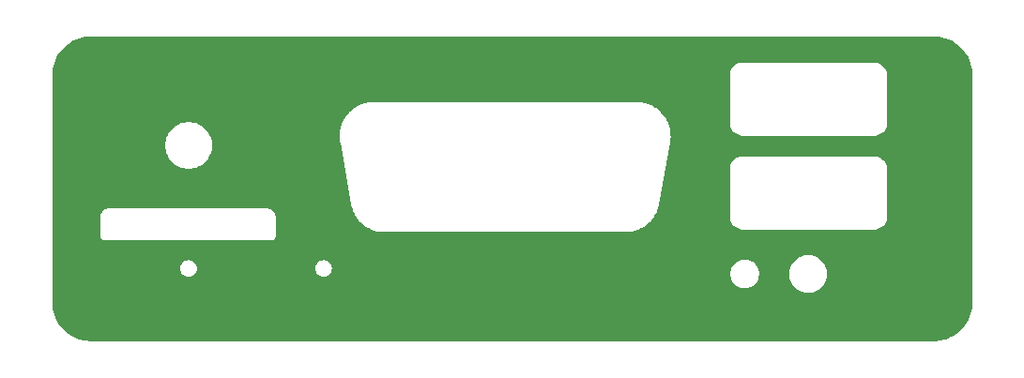
<source format=gbr>
%TF.GenerationSoftware,KiCad,Pcbnew,9.0.0*%
%TF.CreationDate,2025-05-16T22:32:30-04:00*%
%TF.ProjectId,Front Plate,46726f6e-7420-4506-9c61-74652e6b6963,rev?*%
%TF.SameCoordinates,Original*%
%TF.FileFunction,Copper,L1,Top*%
%TF.FilePolarity,Positive*%
%FSLAX46Y46*%
G04 Gerber Fmt 4.6, Leading zero omitted, Abs format (unit mm)*
G04 Created by KiCad (PCBNEW 9.0.0) date 2025-05-16 22:32:30*
%MOMM*%
%LPD*%
G01*
G04 APERTURE LIST*
%TA.AperFunction,ComponentPad*%
%ADD10C,4.000000*%
%TD*%
%TA.AperFunction,ComponentPad*%
%ADD11C,5.000000*%
%TD*%
G04 APERTURE END LIST*
D10*
%TO.P,REF\u002A\u002A,1*%
%TO.N,GND*%
X118790000Y-86230000D03*
X152120000Y-86240000D03*
%TD*%
D11*
%TO.P,REF\u002A\u002A,1*%
%TO.N,GND*%
X98119160Y-78697420D03*
%TO.P,REF\u002A\u002A,2*%
X174119260Y-78697420D03*
%TO.P,REF\u002A\u002A,3*%
X98119160Y-97697390D03*
%TO.P,REF\u002A\u002A,4*%
X174119260Y-97697390D03*
%TD*%
%TA.AperFunction,Conductor*%
%TO.N,GND*%
G36*
X174105230Y-74435868D02*
G01*
X174658671Y-74479543D01*
X174677826Y-74482577D01*
X175194397Y-74606475D01*
X175212940Y-74612499D01*
X175703787Y-74815905D01*
X175721081Y-74824717D01*
X176174254Y-75102328D01*
X176190000Y-75113766D01*
X176594019Y-75458844D01*
X176607774Y-75472600D01*
X176952888Y-75876660D01*
X176964322Y-75892396D01*
X177241828Y-76345190D01*
X177250679Y-76362567D01*
X177453909Y-76853695D01*
X177459901Y-76872143D01*
X177584037Y-77388865D01*
X177587083Y-77408080D01*
X177621466Y-77844026D01*
X177620884Y-77869224D01*
X177619830Y-77877618D01*
X177618720Y-77881772D01*
X177618722Y-77886438D01*
X177617751Y-77894177D01*
X177617030Y-77895831D01*
X177616421Y-77902689D01*
X177618656Y-77955504D01*
X177618767Y-77960670D01*
X177631184Y-98422956D01*
X177630800Y-98432786D01*
X177587085Y-98986732D01*
X177584038Y-99005943D01*
X177459912Y-99522617D01*
X177453913Y-99541081D01*
X177250674Y-100032014D01*
X177241842Y-100049357D01*
X176964294Y-100502439D01*
X176952845Y-100518200D01*
X176607771Y-100922212D01*
X176594015Y-100935967D01*
X176190009Y-101281035D01*
X176174249Y-101292483D01*
X175721181Y-101570027D01*
X175703837Y-101578861D01*
X175212902Y-101782095D01*
X175194440Y-101788093D01*
X174677784Y-101912221D01*
X174658561Y-101915269D01*
X174222678Y-101949627D01*
X174195628Y-101948796D01*
X174188139Y-101947740D01*
X174185152Y-101946940D01*
X174182459Y-101946940D01*
X174173846Y-101945726D01*
X174173365Y-101945508D01*
X174168812Y-101945058D01*
X174113980Y-101946845D01*
X174113116Y-101946874D01*
X174109079Y-101946940D01*
X169435102Y-101946940D01*
X102934458Y-101946940D01*
X102933828Y-101946773D01*
X102868752Y-101946940D01*
X102796958Y-101946940D01*
X102794090Y-101947131D01*
X98143153Y-101959066D01*
X98133131Y-101958686D01*
X97579809Y-101915249D01*
X97560546Y-101912198D01*
X97043981Y-101788090D01*
X97025519Y-101782092D01*
X96534588Y-101578861D01*
X96517244Y-101570028D01*
X96517242Y-101570027D01*
X96064169Y-101292484D01*
X96048408Y-101281035D01*
X95644399Y-100935964D01*
X95630644Y-100922209D01*
X95285570Y-100518197D01*
X95274124Y-100502439D01*
X95270624Y-100496725D01*
X94996576Y-100049357D01*
X94987750Y-100032025D01*
X94784512Y-99541079D01*
X94778515Y-99522620D01*
X94778514Y-99522617D01*
X94654386Y-99005961D01*
X94651339Y-98986741D01*
X94616972Y-98550735D01*
X94617852Y-98523344D01*
X94618896Y-98516085D01*
X94619709Y-98513045D01*
X94619707Y-98510446D01*
X94620975Y-98501634D01*
X94621124Y-98501306D01*
X94621529Y-98497220D01*
X94621531Y-98497212D01*
X94619726Y-98441133D01*
X94619663Y-98437322D01*
X94617850Y-95388426D01*
X106168285Y-95388426D01*
X106168285Y-95388433D01*
X106187087Y-95555315D01*
X106187088Y-95555320D01*
X106242559Y-95713845D01*
X106275183Y-95765766D01*
X106331911Y-95856047D01*
X106450668Y-95974804D01*
X106592872Y-96064157D01*
X106746716Y-96117989D01*
X106751394Y-96119626D01*
X106751399Y-96119627D01*
X106918281Y-96138430D01*
X106918285Y-96138430D01*
X106918289Y-96138430D01*
X107085170Y-96119627D01*
X107085173Y-96119626D01*
X107085176Y-96119626D01*
X107243698Y-96064157D01*
X107385902Y-95974804D01*
X107504659Y-95856047D01*
X107594012Y-95713843D01*
X107649481Y-95555321D01*
X107650314Y-95547927D01*
X107668285Y-95388433D01*
X107668285Y-95388426D01*
X118350143Y-95388426D01*
X118350143Y-95388433D01*
X118368945Y-95555315D01*
X118368946Y-95555320D01*
X118424417Y-95713845D01*
X118457041Y-95765766D01*
X118513769Y-95856047D01*
X118632526Y-95974804D01*
X118774730Y-96064157D01*
X118928574Y-96117989D01*
X118933252Y-96119626D01*
X118933257Y-96119627D01*
X119100139Y-96138430D01*
X119100143Y-96138430D01*
X119100147Y-96138430D01*
X119267028Y-96119627D01*
X119267031Y-96119626D01*
X119267034Y-96119626D01*
X119425556Y-96064157D01*
X119567760Y-95974804D01*
X119686517Y-95856047D01*
X119735540Y-95778028D01*
X155789486Y-95778028D01*
X155789486Y-95982731D01*
X155821508Y-96184914D01*
X155884767Y-96379603D01*
X155909514Y-96428170D01*
X155971467Y-96549760D01*
X155977701Y-96561993D01*
X156098014Y-96727593D01*
X156242772Y-96872351D01*
X156397735Y-96984936D01*
X156408376Y-96992667D01*
X156524593Y-97051883D01*
X156590762Y-97085598D01*
X156590764Y-97085598D01*
X156590767Y-97085600D01*
X156695123Y-97119507D01*
X156785451Y-97148857D01*
X156886543Y-97164868D01*
X156987634Y-97180880D01*
X156987635Y-97180880D01*
X157192337Y-97180880D01*
X157192338Y-97180880D01*
X157394520Y-97148857D01*
X157589205Y-97085600D01*
X157771596Y-96992667D01*
X157864576Y-96925112D01*
X157937199Y-96872351D01*
X157937201Y-96872348D01*
X157937205Y-96872346D01*
X158081952Y-96727599D01*
X158081954Y-96727595D01*
X158081957Y-96727593D01*
X158191722Y-96576512D01*
X158202273Y-96561990D01*
X158295206Y-96379599D01*
X158358463Y-96184914D01*
X158390486Y-95982732D01*
X158390486Y-95778028D01*
X158389045Y-95768929D01*
X161108840Y-95768929D01*
X161108840Y-95991830D01*
X161108841Y-95991846D01*
X161137934Y-96212832D01*
X161137935Y-96212837D01*
X161137936Y-96212843D01*
X161195630Y-96428160D01*
X161195633Y-96428170D01*
X161280933Y-96634102D01*
X161280935Y-96634106D01*
X161392392Y-96827154D01*
X161392397Y-96827160D01*
X161392398Y-96827162D01*
X161528091Y-97004002D01*
X161528097Y-97004009D01*
X161685710Y-97161622D01*
X161685716Y-97161627D01*
X161862566Y-97297328D01*
X162055614Y-97408785D01*
X162261559Y-97494090D01*
X162476877Y-97551784D01*
X162697883Y-97580880D01*
X162697890Y-97580880D01*
X162920790Y-97580880D01*
X162920797Y-97580880D01*
X163141803Y-97551784D01*
X163357121Y-97494090D01*
X163563066Y-97408785D01*
X163756114Y-97297328D01*
X163932964Y-97161627D01*
X164090587Y-97004004D01*
X164226288Y-96827154D01*
X164337745Y-96634106D01*
X164423050Y-96428161D01*
X164480744Y-96212843D01*
X164509840Y-95991837D01*
X164509840Y-95768923D01*
X164480744Y-95547917D01*
X164423050Y-95332599D01*
X164337745Y-95126654D01*
X164226288Y-94933606D01*
X164090587Y-94756756D01*
X164090582Y-94756750D01*
X163932969Y-94599137D01*
X163932962Y-94599131D01*
X163756122Y-94463438D01*
X163756120Y-94463437D01*
X163756114Y-94463432D01*
X163563066Y-94351975D01*
X163563062Y-94351973D01*
X163357130Y-94266673D01*
X163357123Y-94266671D01*
X163357121Y-94266670D01*
X163141803Y-94208976D01*
X163141797Y-94208975D01*
X163141792Y-94208974D01*
X162920806Y-94179881D01*
X162920803Y-94179880D01*
X162920797Y-94179880D01*
X162697883Y-94179880D01*
X162697877Y-94179880D01*
X162697873Y-94179881D01*
X162476887Y-94208974D01*
X162476880Y-94208975D01*
X162476877Y-94208976D01*
X162261559Y-94266670D01*
X162261549Y-94266673D01*
X162055617Y-94351973D01*
X162055613Y-94351975D01*
X161862566Y-94463432D01*
X161862557Y-94463438D01*
X161685717Y-94599131D01*
X161685710Y-94599137D01*
X161528097Y-94756750D01*
X161528091Y-94756757D01*
X161392398Y-94933597D01*
X161392392Y-94933606D01*
X161280935Y-95126653D01*
X161280933Y-95126657D01*
X161195633Y-95332589D01*
X161195630Y-95332599D01*
X161137937Y-95547914D01*
X161137934Y-95547927D01*
X161108841Y-95768913D01*
X161108840Y-95768929D01*
X158389045Y-95768929D01*
X158380320Y-95713842D01*
X158358463Y-95575845D01*
X158313226Y-95436622D01*
X158295206Y-95381161D01*
X158295204Y-95381158D01*
X158295204Y-95381156D01*
X158235242Y-95263476D01*
X158202273Y-95198770D01*
X158191722Y-95184248D01*
X158081957Y-95033166D01*
X157937199Y-94888408D01*
X157771599Y-94768095D01*
X157771598Y-94768094D01*
X157771596Y-94768093D01*
X157714639Y-94739071D01*
X157589209Y-94675161D01*
X157394520Y-94611902D01*
X157219981Y-94584258D01*
X157192338Y-94579880D01*
X156987634Y-94579880D01*
X156963315Y-94583731D01*
X156785451Y-94611902D01*
X156590762Y-94675161D01*
X156408372Y-94768095D01*
X156242772Y-94888408D01*
X156098014Y-95033166D01*
X155977701Y-95198766D01*
X155884767Y-95381156D01*
X155821508Y-95575845D01*
X155789486Y-95778028D01*
X119735540Y-95778028D01*
X119775870Y-95713843D01*
X119831339Y-95555321D01*
X119832172Y-95547927D01*
X119850143Y-95388433D01*
X119850143Y-95388426D01*
X119831340Y-95221544D01*
X119831339Y-95221539D01*
X119818290Y-95184248D01*
X119775870Y-95063017D01*
X119686517Y-94920813D01*
X119567760Y-94802056D01*
X119513712Y-94768095D01*
X119425558Y-94712704D01*
X119425557Y-94712703D01*
X119425556Y-94712703D01*
X119375482Y-94695181D01*
X119267033Y-94657233D01*
X119267028Y-94657232D01*
X119100147Y-94638430D01*
X119100139Y-94638430D01*
X118933257Y-94657232D01*
X118933252Y-94657233D01*
X118774727Y-94712704D01*
X118632525Y-94802056D01*
X118513769Y-94920812D01*
X118424417Y-95063014D01*
X118368946Y-95221539D01*
X118368945Y-95221544D01*
X118350143Y-95388426D01*
X107668285Y-95388426D01*
X107649482Y-95221544D01*
X107649481Y-95221539D01*
X107636432Y-95184248D01*
X107594012Y-95063017D01*
X107504659Y-94920813D01*
X107385902Y-94802056D01*
X107331854Y-94768095D01*
X107243700Y-94712704D01*
X107243699Y-94712703D01*
X107243698Y-94712703D01*
X107193624Y-94695181D01*
X107085175Y-94657233D01*
X107085170Y-94657232D01*
X106918289Y-94638430D01*
X106918281Y-94638430D01*
X106751399Y-94657232D01*
X106751394Y-94657233D01*
X106592869Y-94712704D01*
X106450667Y-94802056D01*
X106331911Y-94920812D01*
X106242559Y-95063014D01*
X106187088Y-95221539D01*
X106187087Y-95221544D01*
X106168285Y-95388426D01*
X94617850Y-95388426D01*
X94615050Y-90680450D01*
X98950253Y-90680450D01*
X98950257Y-90749540D01*
X98950257Y-92432205D01*
X98984365Y-92559501D01*
X98986013Y-92562355D01*
X99050257Y-92673628D01*
X99143443Y-92766814D01*
X99242278Y-92823877D01*
X99257385Y-92832599D01*
X99257571Y-92832706D01*
X99384865Y-92866814D01*
X114215013Y-92866814D01*
X114215151Y-92866851D01*
X114280164Y-92866814D01*
X114346649Y-92866814D01*
X114346649Y-92866813D01*
X114346934Y-92866776D01*
X114346935Y-92866776D01*
X114409683Y-92849923D01*
X114473943Y-92832706D01*
X114474068Y-92832633D01*
X114474197Y-92832599D01*
X114474202Y-92832596D01*
X114474209Y-92832595D01*
X114511705Y-92810917D01*
X114530455Y-92800078D01*
X114530456Y-92800080D01*
X114530505Y-92800048D01*
X114588071Y-92766814D01*
X114588174Y-92766710D01*
X114588300Y-92766638D01*
X114634430Y-92720454D01*
X114681257Y-92673628D01*
X114681260Y-92673623D01*
X114681428Y-92673402D01*
X114681432Y-92673399D01*
X114713792Y-92617276D01*
X114713828Y-92617214D01*
X114728775Y-92591323D01*
X114747149Y-92559500D01*
X114747187Y-92559357D01*
X114747259Y-92559233D01*
X114764238Y-92495720D01*
X114781257Y-92432206D01*
X114781257Y-92432197D01*
X114781292Y-92431927D01*
X114781295Y-92431920D01*
X114781257Y-92365434D01*
X114781257Y-92300422D01*
X114781219Y-92300283D01*
X114780300Y-90691055D01*
X114780299Y-90691054D01*
X114780295Y-90682734D01*
X114780275Y-90682457D01*
X114780276Y-90681411D01*
X114776874Y-90664298D01*
X114750687Y-90532555D01*
X114692628Y-90392339D01*
X114692626Y-90392335D01*
X114692626Y-90392334D01*
X114608325Y-90266134D01*
X114608323Y-90266131D01*
X114501023Y-90158804D01*
X114499575Y-90157836D01*
X114374845Y-90074470D01*
X114374843Y-90074469D01*
X114374838Y-90074466D01*
X114234643Y-90016373D01*
X114234639Y-90016371D01*
X114085796Y-89986744D01*
X114085786Y-89986743D01*
X114083388Y-89986743D01*
X114083388Y-89986742D01*
X114075778Y-89986741D01*
X114075762Y-89986737D01*
X114006682Y-89986732D01*
X114006678Y-89986731D01*
X113936888Y-89986723D01*
X113936808Y-89986727D01*
X99794661Y-89985818D01*
X99794598Y-89985818D01*
X99786608Y-89985813D01*
X99786569Y-89985803D01*
X99772590Y-89985805D01*
X99772011Y-89985805D01*
X99771820Y-89985749D01*
X99720677Y-89985757D01*
X99645019Y-89985768D01*
X99644790Y-89985769D01*
X99495938Y-90015399D01*
X99355724Y-90073500D01*
X99229533Y-90157841D01*
X99122234Y-90265164D01*
X99122231Y-90265167D01*
X99037923Y-90391370D01*
X99037922Y-90391372D01*
X98979852Y-90531597D01*
X98950253Y-90680450D01*
X94615050Y-90680450D01*
X94611162Y-84142057D01*
X104825300Y-84142057D01*
X104825300Y-84417942D01*
X104825301Y-84417959D01*
X104861311Y-84691484D01*
X104932720Y-84957985D01*
X105038296Y-85212870D01*
X105038303Y-85212885D01*
X105176250Y-85451817D01*
X105344205Y-85670701D01*
X105344211Y-85670708D01*
X105539291Y-85865788D01*
X105539298Y-85865794D01*
X105758182Y-86033749D01*
X105997114Y-86171696D01*
X105997129Y-86171703D01*
X106106974Y-86217202D01*
X106252015Y-86277280D01*
X106518512Y-86348688D01*
X106792051Y-86384700D01*
X106792058Y-86384700D01*
X107067942Y-86384700D01*
X107067949Y-86384700D01*
X107341488Y-86348688D01*
X107607985Y-86277280D01*
X107862882Y-86171698D01*
X108101818Y-86033749D01*
X108320703Y-85865793D01*
X108515793Y-85670703D01*
X108683749Y-85451818D01*
X108821698Y-85212882D01*
X108927280Y-84957985D01*
X108998688Y-84691488D01*
X109034700Y-84417949D01*
X109034700Y-84142051D01*
X108998688Y-83868512D01*
X108927280Y-83602015D01*
X108824691Y-83354345D01*
X120538866Y-83354345D01*
X120540749Y-83403990D01*
X120540716Y-83414179D01*
X120538878Y-83455638D01*
X120538878Y-83455655D01*
X120582056Y-83892760D01*
X120587242Y-83931136D01*
X120587325Y-83931831D01*
X120587433Y-83932443D01*
X120587434Y-83932444D01*
X120600677Y-84006839D01*
X121593400Y-89583485D01*
X121593497Y-89584022D01*
X121593677Y-89585033D01*
X121611770Y-89703958D01*
X121627852Y-89774166D01*
X121627951Y-89774713D01*
X121628272Y-89776123D01*
X121628391Y-89776515D01*
X121628508Y-89777026D01*
X121628613Y-89777250D01*
X121629516Y-89780226D01*
X121718717Y-90074470D01*
X121750700Y-90179972D01*
X121785296Y-90262471D01*
X121787498Y-90268105D01*
X121789433Y-90273435D01*
X121789436Y-90273442D01*
X122022606Y-90709552D01*
X122023149Y-90710565D01*
X122026894Y-90715636D01*
X122048554Y-90744970D01*
X122054876Y-90754408D01*
X122078638Y-90793657D01*
X122174335Y-90910276D01*
X122259750Y-91014365D01*
X122392328Y-91175927D01*
X122392337Y-91175937D01*
X122392340Y-91175940D01*
X122418078Y-91203436D01*
X122437350Y-91224024D01*
X122440338Y-91226114D01*
X122460729Y-91243997D01*
X122464113Y-91247694D01*
X122810640Y-91531818D01*
X122846382Y-91561123D01*
X122907186Y-91600543D01*
X122913164Y-91604675D01*
X122930215Y-91617213D01*
X122930217Y-91617214D01*
X122930221Y-91617217D01*
X123366081Y-91850387D01*
X123449961Y-91884710D01*
X123455471Y-91887124D01*
X123459851Y-91889172D01*
X123459853Y-91889173D01*
X123459863Y-91889177D01*
X123708945Y-91964715D01*
X123933065Y-92032684D01*
X123937354Y-92033964D01*
X123978308Y-92039851D01*
X123990200Y-92042160D01*
X124007038Y-92046290D01*
X124032453Y-92052526D01*
X124524453Y-92100786D01*
X124567228Y-92102878D01*
X124570662Y-92103209D01*
X124570667Y-92103146D01*
X124575086Y-92103459D01*
X124575093Y-92103460D01*
X146261650Y-92091325D01*
X146271555Y-92091716D01*
X146281574Y-92092513D01*
X146283973Y-92093336D01*
X146302033Y-92094142D01*
X146304165Y-92094312D01*
X146305141Y-92094685D01*
X146318540Y-92096309D01*
X146341598Y-92100902D01*
X146358319Y-92099705D01*
X146367166Y-92099390D01*
X146416731Y-92099390D01*
X146422266Y-92099514D01*
X146424006Y-92099591D01*
X146427710Y-92099757D01*
X146907520Y-92052507D01*
X146945534Y-92047300D01*
X146965857Y-92040634D01*
X146985751Y-92035887D01*
X147006717Y-92032683D01*
X147369802Y-91922567D01*
X147479918Y-91889173D01*
X147479918Y-91889172D01*
X147555424Y-91857213D01*
X147561391Y-91854868D01*
X147573578Y-91850446D01*
X148009698Y-91617276D01*
X148086148Y-91565802D01*
X148091175Y-91562591D01*
X148093773Y-91561020D01*
X148475793Y-91247590D01*
X148527987Y-91198155D01*
X148527992Y-91198147D01*
X148532295Y-91193097D01*
X148532356Y-91193149D01*
X148544459Y-91179188D01*
X148544408Y-91179139D01*
X148545517Y-91177968D01*
X148546657Y-91176653D01*
X148547452Y-91175927D01*
X148861142Y-90793657D01*
X148906966Y-90727772D01*
X148906967Y-90727767D01*
X148909677Y-90722768D01*
X148910665Y-90720673D01*
X148914721Y-90713176D01*
X148917530Y-90709353D01*
X148941593Y-90664298D01*
X155766997Y-90664298D01*
X155767002Y-90816244D01*
X155767003Y-90816251D01*
X155801947Y-91014386D01*
X155801948Y-91014388D01*
X155870767Y-91203452D01*
X155971371Y-91377693D01*
X156100702Y-91531819D01*
X156254831Y-91661146D01*
X156429076Y-91761745D01*
X156618142Y-91830560D01*
X156816284Y-91865499D01*
X156839161Y-91865499D01*
X156850994Y-91865499D01*
X156850999Y-91865501D01*
X156916884Y-91865501D01*
X156982776Y-91865502D01*
X156982780Y-91865501D01*
X168703988Y-91865501D01*
X168712252Y-91865501D01*
X168712261Y-91865504D01*
X168726802Y-91865503D01*
X168726818Y-91865507D01*
X168778153Y-91865504D01*
X168778153Y-91865505D01*
X168878752Y-91865500D01*
X168878758Y-91865499D01*
X169076888Y-91830556D01*
X169076888Y-91830555D01*
X169076893Y-91830555D01*
X169265955Y-91761735D01*
X169440196Y-91661132D01*
X169594321Y-91531802D01*
X169723647Y-91377674D01*
X169824246Y-91203431D01*
X169893062Y-91014367D01*
X169928003Y-90816226D01*
X169928003Y-90781511D01*
X169928005Y-90781507D01*
X169928005Y-90709353D01*
X169928007Y-90649734D01*
X169928005Y-90649729D01*
X169928006Y-90642150D01*
X169928005Y-90642116D01*
X169928005Y-86480261D01*
X169928008Y-86480250D01*
X169928005Y-86414358D01*
X169928005Y-86348484D01*
X169928005Y-86340287D01*
X169927995Y-86340159D01*
X169927995Y-86313759D01*
X169893052Y-86115619D01*
X169893050Y-86115614D01*
X169893050Y-86115612D01*
X169824235Y-85926560D01*
X169824234Y-85926556D01*
X169723632Y-85752315D01*
X169709403Y-85735358D01*
X169594305Y-85598191D01*
X169594304Y-85598190D01*
X169440177Y-85468862D01*
X169265936Y-85368262D01*
X169265933Y-85368260D01*
X169265928Y-85368258D01*
X169076880Y-85299448D01*
X169076877Y-85299447D01*
X169076873Y-85299446D01*
X168933792Y-85274213D01*
X168878729Y-85264503D01*
X168848422Y-85264502D01*
X168848422Y-85264501D01*
X168844011Y-85264501D01*
X168778135Y-85264501D01*
X168778126Y-85264500D01*
X168712242Y-85264499D01*
X168712241Y-85264499D01*
X168703618Y-85264499D01*
X168703590Y-85264501D01*
X156942763Y-85264501D01*
X156942756Y-85264499D01*
X156876864Y-85264501D01*
X156803120Y-85264501D01*
X156803022Y-85264507D01*
X156779766Y-85264507D01*
X156588508Y-85298236D01*
X156406032Y-85364657D01*
X156406023Y-85364661D01*
X156237847Y-85461762D01*
X156237844Y-85461764D01*
X156089084Y-85586590D01*
X156089076Y-85586598D01*
X155964255Y-85735356D01*
X155964253Y-85735359D01*
X155867156Y-85903534D01*
X155867150Y-85903547D01*
X155800731Y-86086026D01*
X155767006Y-86277275D01*
X155767005Y-86277279D01*
X155767005Y-86297400D01*
X155767005Y-86308492D01*
X155767005Y-86308495D01*
X155767005Y-86332727D01*
X155767005Y-86374376D01*
X155767003Y-86440268D01*
X155767005Y-86440275D01*
X155767005Y-90642129D01*
X155767002Y-90642179D01*
X155767002Y-90664281D01*
X155766997Y-90664298D01*
X148941593Y-90664298D01*
X149150450Y-90273243D01*
X149170114Y-90221847D01*
X149173581Y-90213680D01*
X149189313Y-90180027D01*
X149332823Y-89706827D01*
X149343976Y-89641790D01*
X149352449Y-89607184D01*
X149355874Y-89572076D01*
X149356624Y-89567688D01*
X149356651Y-89567632D01*
X149356715Y-89567156D01*
X150331963Y-84006835D01*
X150338558Y-83985218D01*
X150340455Y-83978641D01*
X150346391Y-83937350D01*
X150355275Y-83917894D01*
X150358485Y-83885374D01*
X150400905Y-83455604D01*
X150402833Y-83428811D01*
X150400091Y-83400808D01*
X150399625Y-83383205D01*
X150400913Y-83354344D01*
X150395728Y-83301733D01*
X150376654Y-83108182D01*
X150352403Y-82862094D01*
X150333714Y-82769336D01*
X150332693Y-82763558D01*
X150332621Y-82763083D01*
X150189361Y-82290143D01*
X150185997Y-82280140D01*
X150179597Y-82261108D01*
X150179594Y-82261101D01*
X150179593Y-82261098D01*
X150168500Y-82240675D01*
X150161679Y-82225854D01*
X150150450Y-82196507D01*
X150142798Y-82182179D01*
X155756997Y-82182179D01*
X155756997Y-82204287D01*
X155756999Y-82255646D01*
X155757000Y-82280795D01*
X155757000Y-82321518D01*
X155757000Y-82321523D01*
X155757001Y-82326641D01*
X155757001Y-82326649D01*
X155757002Y-82356241D01*
X155757003Y-82356253D01*
X155791946Y-82554383D01*
X155860766Y-82743449D01*
X155860768Y-82743453D01*
X155944972Y-82889291D01*
X155961369Y-82917690D01*
X156090699Y-83071816D01*
X156244813Y-83201131D01*
X156244825Y-83201141D01*
X156244828Y-83201144D01*
X156419064Y-83301740D01*
X156419067Y-83301741D01*
X156419070Y-83301743D01*
X156608134Y-83370558D01*
X156806276Y-83405499D01*
X156829156Y-83405499D01*
X156840989Y-83405499D01*
X156840994Y-83405501D01*
X156906874Y-83405501D01*
X156906875Y-83405501D01*
X156972767Y-83405503D01*
X156972770Y-83405501D01*
X156981390Y-83405502D01*
X156981419Y-83405501D01*
X168702241Y-83405501D01*
X168702252Y-83405504D01*
X168768144Y-83405501D01*
X168834017Y-83405501D01*
X168843260Y-83405501D01*
X168843307Y-83405496D01*
X168868744Y-83405496D01*
X168868746Y-83405496D01*
X168868748Y-83405495D01*
X169066884Y-83370552D01*
X169255947Y-83301733D01*
X169430188Y-83201131D01*
X169584314Y-83071801D01*
X169713641Y-82917674D01*
X169814241Y-82743431D01*
X169883057Y-82554367D01*
X169917998Y-82356226D01*
X169917998Y-82321511D01*
X169918000Y-82321507D01*
X169918000Y-82255603D01*
X169918002Y-82189734D01*
X169918000Y-82189729D01*
X169918001Y-82182150D01*
X169918000Y-82182116D01*
X169918000Y-78020261D01*
X169918003Y-78020250D01*
X169918000Y-77954358D01*
X169918000Y-77888484D01*
X169918000Y-77879874D01*
X169917995Y-77879821D01*
X169917995Y-77853758D01*
X169917066Y-77848492D01*
X169883051Y-77655617D01*
X169814232Y-77466552D01*
X169814230Y-77466549D01*
X169800942Y-77443535D01*
X169713630Y-77292312D01*
X169584301Y-77138187D01*
X169584299Y-77138185D01*
X169584298Y-77138184D01*
X169430175Y-77008860D01*
X169255935Y-76908262D01*
X169255928Y-76908259D01*
X169066864Y-76839443D01*
X169066859Y-76839442D01*
X168868724Y-76804503D01*
X168868721Y-76804502D01*
X168841615Y-76804502D01*
X168841615Y-76804501D01*
X168834006Y-76804501D01*
X168768126Y-76804501D01*
X168768117Y-76804500D01*
X168702233Y-76804499D01*
X168702232Y-76804499D01*
X168693609Y-76804499D01*
X168693581Y-76804501D01*
X156932758Y-76804501D01*
X156932747Y-76804498D01*
X156866854Y-76804501D01*
X156866854Y-76804500D01*
X156834488Y-76804501D01*
X156793393Y-76804501D01*
X156793373Y-76804502D01*
X156769755Y-76804502D01*
X156769749Y-76804503D01*
X156578517Y-76838229D01*
X156578508Y-76838231D01*
X156578506Y-76838232D01*
X156536440Y-76853543D01*
X156396023Y-76904655D01*
X156396015Y-76904659D01*
X156227844Y-77001758D01*
X156079077Y-77126590D01*
X156079075Y-77126593D01*
X155954249Y-77275355D01*
X155857150Y-77443535D01*
X155857149Y-77443536D01*
X155790726Y-77626029D01*
X155790725Y-77626033D01*
X155757000Y-77817277D01*
X155757000Y-77837397D01*
X155757000Y-77848492D01*
X155757000Y-77848495D01*
X155757000Y-77872725D01*
X155757000Y-77914376D01*
X155756998Y-77980268D01*
X155757000Y-77980275D01*
X155757000Y-82182129D01*
X155756997Y-82182179D01*
X150142798Y-82182179D01*
X149917530Y-81760397D01*
X149877532Y-81697239D01*
X149877529Y-81697236D01*
X149877528Y-81697234D01*
X149873336Y-81691974D01*
X149873544Y-81691807D01*
X149863958Y-81679529D01*
X149863702Y-81679711D01*
X149861145Y-81676098D01*
X149861142Y-81676093D01*
X149547452Y-81293823D01*
X149547450Y-81293820D01*
X149500971Y-81244363D01*
X149500970Y-81244362D01*
X149498511Y-81242656D01*
X149477650Y-81224418D01*
X149475947Y-81222555D01*
X149093937Y-80908865D01*
X149086042Y-80902513D01*
X149053043Y-80883414D01*
X149041727Y-80876012D01*
X149009707Y-80852480D01*
X149009702Y-80852477D01*
X149009698Y-80852474D01*
X148663356Y-80667303D01*
X148573582Y-80619306D01*
X148573580Y-80619305D01*
X148573578Y-80619304D01*
X148489804Y-80585035D01*
X148484250Y-80582602D01*
X148479922Y-80580579D01*
X148479914Y-80580576D01*
X148006716Y-80437066D01*
X147950601Y-80427709D01*
X147941410Y-80425815D01*
X147924129Y-80421567D01*
X147907584Y-80417499D01*
X147415574Y-80368988D01*
X147415533Y-80368985D01*
X147365986Y-80366550D01*
X147365980Y-80366550D01*
X147364706Y-80366550D01*
X146191685Y-80367138D01*
X123655923Y-80378441D01*
X123629806Y-80375673D01*
X123598432Y-80368848D01*
X123598145Y-80368868D01*
X123593267Y-80367820D01*
X123562110Y-80367820D01*
X123561860Y-80367820D01*
X123538045Y-80368989D01*
X123512346Y-80370250D01*
X123032282Y-80417491D01*
X122992275Y-80423049D01*
X122992264Y-80423052D01*
X122974578Y-80428930D01*
X122954213Y-80433834D01*
X122933061Y-80437067D01*
X122459865Y-80580576D01*
X122378608Y-80614655D01*
X122373003Y-80616847D01*
X122366089Y-80619359D01*
X122366082Y-80619362D01*
X122366081Y-80619363D01*
X122118767Y-80751667D01*
X121930172Y-80852559D01*
X121926408Y-80854594D01*
X121908209Y-80868218D01*
X121901379Y-80872981D01*
X121846229Y-80908754D01*
X121846221Y-80908759D01*
X121464030Y-81222383D01*
X121461232Y-81224695D01*
X121433776Y-81255138D01*
X121425385Y-81263588D01*
X121392325Y-81293825D01*
X121078637Y-81676093D01*
X121078631Y-81676102D01*
X121035204Y-81737924D01*
X121031944Y-81743842D01*
X121031667Y-81743689D01*
X121024588Y-81756223D01*
X121024962Y-81756459D01*
X121022612Y-81760186D01*
X120789436Y-82196306D01*
X120783298Y-82211312D01*
X120755133Y-82280161D01*
X120752708Y-82285699D01*
X120750740Y-82289908D01*
X120607278Y-82762690D01*
X120607230Y-82762849D01*
X120606157Y-82766439D01*
X120605925Y-82767217D01*
X120605924Y-82767219D01*
X120600064Y-82807970D01*
X120597744Y-82819912D01*
X120587376Y-82862096D01*
X120538866Y-83354345D01*
X108824691Y-83354345D01*
X108824691Y-83354344D01*
X108821703Y-83347129D01*
X108821696Y-83347114D01*
X108683749Y-83108182D01*
X108515794Y-82889298D01*
X108515788Y-82889291D01*
X108320708Y-82694211D01*
X108320701Y-82694205D01*
X108101817Y-82526250D01*
X107862885Y-82388303D01*
X107862870Y-82388296D01*
X107607985Y-82282720D01*
X107453550Y-82241339D01*
X107341488Y-82211312D01*
X107341487Y-82211311D01*
X107341484Y-82211311D01*
X107067959Y-82175301D01*
X107067954Y-82175300D01*
X107067949Y-82175300D01*
X106792051Y-82175300D01*
X106792045Y-82175300D01*
X106792040Y-82175301D01*
X106518515Y-82211311D01*
X106252014Y-82282720D01*
X105997129Y-82388296D01*
X105997114Y-82388303D01*
X105758182Y-82526250D01*
X105539298Y-82694205D01*
X105539291Y-82694211D01*
X105344211Y-82889291D01*
X105344205Y-82889298D01*
X105176250Y-83108182D01*
X105038303Y-83347114D01*
X105038296Y-83347129D01*
X104932720Y-83602014D01*
X104861311Y-83868515D01*
X104825301Y-84142040D01*
X104825300Y-84142057D01*
X94611162Y-84142057D01*
X94607493Y-77971698D01*
X94607872Y-77961966D01*
X94651360Y-77407998D01*
X94654408Y-77388755D01*
X94778517Y-76872181D01*
X94784510Y-76853733D01*
X94987752Y-76362777D01*
X94996574Y-76345454D01*
X95274130Y-75892360D01*
X95285565Y-75876617D01*
X95630651Y-75472591D01*
X95644391Y-75458851D01*
X96048417Y-75113765D01*
X96064160Y-75102330D01*
X96517342Y-74824720D01*
X96534644Y-74815906D01*
X97025485Y-74612501D01*
X97044027Y-74606476D01*
X97560573Y-74482584D01*
X97579744Y-74479548D01*
X98015748Y-74445182D01*
X98042897Y-74446028D01*
X98050326Y-74447081D01*
X98053268Y-74447870D01*
X98055884Y-74447870D01*
X98064549Y-74449099D01*
X98064976Y-74449293D01*
X98069393Y-74449730D01*
X98069393Y-74449729D01*
X98069398Y-74449731D01*
X98124258Y-74447965D01*
X98125236Y-74447934D01*
X98129224Y-74447870D01*
X102803328Y-74447870D01*
X169303985Y-74447870D01*
X169304630Y-74448041D01*
X169369874Y-74447870D01*
X169435102Y-74447870D01*
X169441487Y-74447870D01*
X169444401Y-74447674D01*
X174095160Y-74435485D01*
X174105230Y-74435868D01*
G37*
%TD.AperFunction*%
%TD*%
M02*

</source>
